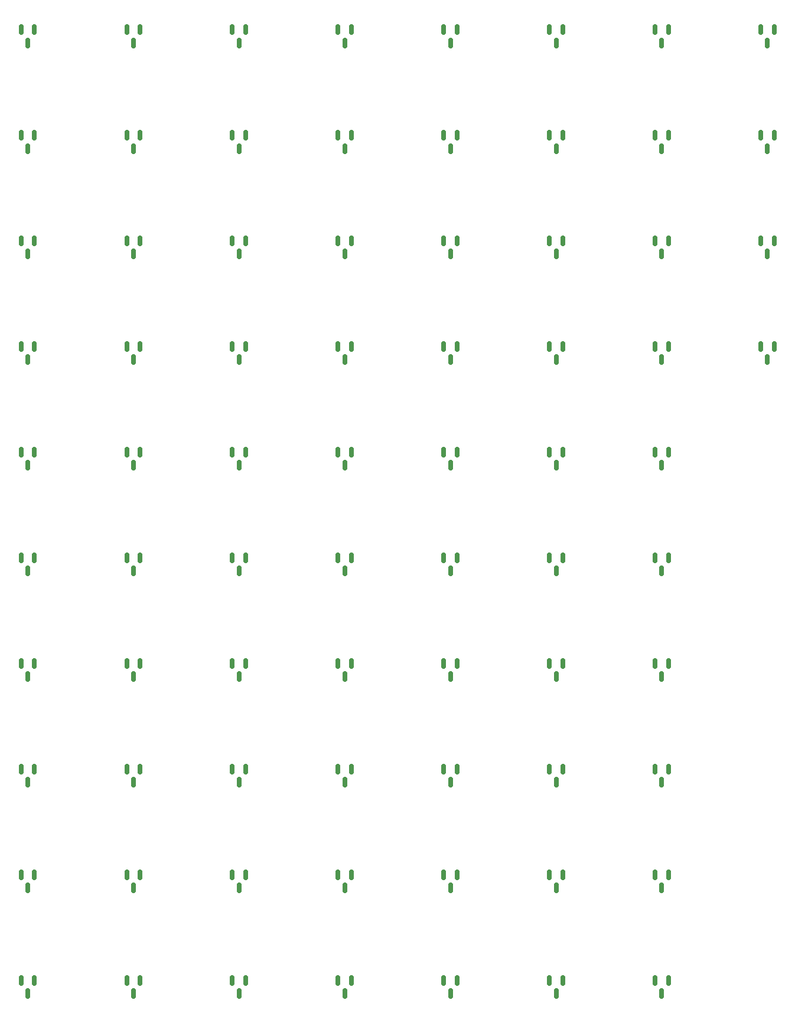
<source format=gbr>
%TF.GenerationSoftware,KiCad,Pcbnew,8.0.7*%
%TF.CreationDate,2024-12-29T17:24:51-05:00*%
%TF.ProjectId,HE75,48453735-2e6b-4696-9361-645f70636258,2.0.0*%
%TF.SameCoordinates,Original*%
%TF.FileFunction,Paste,Bot*%
%TF.FilePolarity,Positive*%
%FSLAX46Y46*%
G04 Gerber Fmt 4.6, Leading zero omitted, Abs format (unit mm)*
G04 Created by KiCad (PCBNEW 8.0.7) date 2024-12-29 17:24:51*
%MOMM*%
%LPD*%
G01*
G04 APERTURE LIST*
G04 Aperture macros list*
%AMRoundRect*
0 Rectangle with rounded corners*
0 $1 Rounding radius*
0 $2 $3 $4 $5 $6 $7 $8 $9 X,Y pos of 4 corners*
0 Add a 4 corners polygon primitive as box body*
4,1,4,$2,$3,$4,$5,$6,$7,$8,$9,$2,$3,0*
0 Add four circle primitives for the rounded corners*
1,1,$1+$1,$2,$3*
1,1,$1+$1,$4,$5*
1,1,$1+$1,$6,$7*
1,1,$1+$1,$8,$9*
0 Add four rect primitives between the rounded corners*
20,1,$1+$1,$2,$3,$4,$5,0*
20,1,$1+$1,$4,$5,$6,$7,0*
20,1,$1+$1,$6,$7,$8,$9,0*
20,1,$1+$1,$8,$9,$2,$3,0*%
G04 Aperture macros list end*
%ADD10RoundRect,0.150000X0.150000X-0.587500X0.150000X0.587500X-0.150000X0.587500X-0.150000X-0.587500X0*%
G04 APERTURE END LIST*
D10*
%TO.C,U82*%
X130342446Y113264971D03*
X131292446Y111364971D03*
X132242446Y113264971D03*
%TD*%
%TO.C,U81*%
X130342446Y128414971D03*
X131292446Y126514971D03*
X132242446Y128414971D03*
%TD*%
%TO.C,U80*%
X130342446Y143564971D03*
X131292446Y141664971D03*
X132242446Y143564971D03*
%TD*%
%TO.C,U79*%
X130342446Y158714971D03*
X131292446Y156814971D03*
X132242446Y158714971D03*
%TD*%
%TO.C,U78*%
X115192446Y22364971D03*
X116142446Y20464971D03*
X117092446Y22364971D03*
%TD*%
%TO.C,U77*%
X115192446Y37514971D03*
X116142446Y35614971D03*
X117092446Y37514971D03*
%TD*%
%TO.C,U76*%
X115192446Y52664971D03*
X116142446Y50764971D03*
X117092446Y52664971D03*
%TD*%
%TO.C,U75*%
X115192446Y67814971D03*
X116142446Y65914971D03*
X117092446Y67814971D03*
%TD*%
%TO.C,U74*%
X115192446Y82964971D03*
X116142446Y81064971D03*
X117092446Y82964971D03*
%TD*%
%TO.C,U73*%
X115192446Y98114971D03*
X116142446Y96214971D03*
X117092446Y98114971D03*
%TD*%
%TO.C,U72*%
X115192446Y113264971D03*
X116142446Y111364971D03*
X117092446Y113264971D03*
%TD*%
%TO.C,U71*%
X115192446Y128414971D03*
X116142446Y126514971D03*
X117092446Y128414971D03*
%TD*%
%TO.C,U70*%
X115192446Y143564971D03*
X116142446Y141664971D03*
X117092446Y143564971D03*
%TD*%
%TO.C,U69*%
X115192446Y158714971D03*
X116142446Y156814971D03*
X117092446Y158714971D03*
%TD*%
%TO.C,U68*%
X100042446Y22364971D03*
X100992446Y20464971D03*
X101942446Y22364971D03*
%TD*%
%TO.C,U67*%
X100042446Y37514971D03*
X100992446Y35614971D03*
X101942446Y37514971D03*
%TD*%
%TO.C,U66*%
X100042446Y52664971D03*
X100992446Y50764971D03*
X101942446Y52664971D03*
%TD*%
%TO.C,U65*%
X100042446Y67814971D03*
X100992446Y65914971D03*
X101942446Y67814971D03*
%TD*%
%TO.C,U64*%
X100042446Y82964971D03*
X100992446Y81064971D03*
X101942446Y82964971D03*
%TD*%
%TO.C,U63*%
X100042446Y98114971D03*
X100992446Y96214971D03*
X101942446Y98114971D03*
%TD*%
%TO.C,U62*%
X100042446Y113264971D03*
X100992446Y111364971D03*
X101942446Y113264971D03*
%TD*%
%TO.C,U61*%
X100042446Y128414971D03*
X100992446Y126514971D03*
X101942446Y128414971D03*
%TD*%
%TO.C,U60*%
X100042446Y143564971D03*
X100992446Y141664971D03*
X101942446Y143564971D03*
%TD*%
%TO.C,U59*%
X100042446Y158714971D03*
X100992446Y156814971D03*
X101942446Y158714971D03*
%TD*%
%TO.C,U58*%
X84892446Y22364971D03*
X85842446Y20464971D03*
X86792446Y22364971D03*
%TD*%
%TO.C,U57*%
X84892446Y37514971D03*
X85842446Y35614971D03*
X86792446Y37514971D03*
%TD*%
%TO.C,U56*%
X84892446Y52664971D03*
X85842446Y50764971D03*
X86792446Y52664971D03*
%TD*%
%TO.C,U55*%
X84892446Y67814971D03*
X85842446Y65914971D03*
X86792446Y67814971D03*
%TD*%
%TO.C,U54*%
X84892446Y82964971D03*
X85842446Y81064971D03*
X86792446Y82964971D03*
%TD*%
%TO.C,U53*%
X84892446Y98114971D03*
X85842446Y96214971D03*
X86792446Y98114971D03*
%TD*%
%TO.C,U52*%
X84892446Y113264971D03*
X85842446Y111364971D03*
X86792446Y113264971D03*
%TD*%
%TO.C,U51*%
X84892446Y128414971D03*
X85842446Y126514971D03*
X86792446Y128414971D03*
%TD*%
%TO.C,U50*%
X84892446Y143564971D03*
X85842446Y141664971D03*
X86792446Y143564971D03*
%TD*%
%TO.C,U49*%
X84892446Y158714971D03*
X85842446Y156814971D03*
X86792446Y158714971D03*
%TD*%
%TO.C,U48*%
X69742446Y22364971D03*
X70692446Y20464971D03*
X71642446Y22364971D03*
%TD*%
%TO.C,U47*%
X69742446Y37514971D03*
X70692446Y35614971D03*
X71642446Y37514971D03*
%TD*%
%TO.C,U46*%
X69742446Y52664971D03*
X70692446Y50764971D03*
X71642446Y52664971D03*
%TD*%
%TO.C,U45*%
X69742446Y67814971D03*
X70692446Y65914971D03*
X71642446Y67814971D03*
%TD*%
%TO.C,U44*%
X69742446Y82964971D03*
X70692446Y81064971D03*
X71642446Y82964971D03*
%TD*%
%TO.C,U43*%
X69742446Y98114971D03*
X70692446Y96214971D03*
X71642446Y98114971D03*
%TD*%
%TO.C,U42*%
X69742446Y113264971D03*
X70692446Y111364971D03*
X71642446Y113264971D03*
%TD*%
%TO.C,U41*%
X69742446Y128414971D03*
X70692446Y126514971D03*
X71642446Y128414971D03*
%TD*%
%TO.C,U40*%
X69742446Y143564971D03*
X70692446Y141664971D03*
X71642446Y143564971D03*
%TD*%
%TO.C,U39*%
X69742446Y158714971D03*
X70692446Y156814971D03*
X71642446Y158714971D03*
%TD*%
%TO.C,U38*%
X54592446Y22364971D03*
X55542446Y20464971D03*
X56492446Y22364971D03*
%TD*%
%TO.C,U37*%
X54592446Y37514971D03*
X55542446Y35614971D03*
X56492446Y37514971D03*
%TD*%
%TO.C,U36*%
X54592446Y52664971D03*
X55542446Y50764971D03*
X56492446Y52664971D03*
%TD*%
%TO.C,U35*%
X54592446Y67814971D03*
X55542446Y65914971D03*
X56492446Y67814971D03*
%TD*%
%TO.C,U34*%
X54592446Y82964971D03*
X55542446Y81064971D03*
X56492446Y82964971D03*
%TD*%
%TO.C,U33*%
X54592446Y98114971D03*
X55542446Y96214971D03*
X56492446Y98114971D03*
%TD*%
%TO.C,U32*%
X54592446Y113264971D03*
X55542446Y111364971D03*
X56492446Y113264971D03*
%TD*%
%TO.C,U31*%
X54592446Y128414971D03*
X55542446Y126514971D03*
X56492446Y128414971D03*
%TD*%
%TO.C,U30*%
X54592446Y143564971D03*
X55542446Y141664971D03*
X56492446Y143564971D03*
%TD*%
%TO.C,U29*%
X54592446Y158714971D03*
X55542446Y156814971D03*
X56492446Y158714971D03*
%TD*%
%TO.C,U28*%
X39442446Y22364971D03*
X40392446Y20464971D03*
X41342446Y22364971D03*
%TD*%
%TO.C,U27*%
X39442446Y37514971D03*
X40392446Y35614971D03*
X41342446Y37514971D03*
%TD*%
%TO.C,U26*%
X39442446Y52664971D03*
X40392446Y50764971D03*
X41342446Y52664971D03*
%TD*%
%TO.C,U25*%
X39442446Y67814971D03*
X40392446Y65914971D03*
X41342446Y67814971D03*
%TD*%
%TO.C,U24*%
X39442446Y82964971D03*
X40392446Y81064971D03*
X41342446Y82964971D03*
%TD*%
%TO.C,U23*%
X39442446Y98114971D03*
X40392446Y96214971D03*
X41342446Y98114971D03*
%TD*%
%TO.C,U22*%
X39442446Y113264971D03*
X40392446Y111364971D03*
X41342446Y113264971D03*
%TD*%
%TO.C,U21*%
X39442446Y128414971D03*
X40392446Y126514971D03*
X41342446Y128414971D03*
%TD*%
%TO.C,U20*%
X39442446Y143564971D03*
X40392446Y141664971D03*
X41342446Y143564971D03*
%TD*%
%TO.C,U19*%
X39442446Y158714971D03*
X40392446Y156814971D03*
X41342446Y158714971D03*
%TD*%
%TO.C,U18*%
X24292446Y22364971D03*
X25242446Y20464971D03*
X26192446Y22364971D03*
%TD*%
%TO.C,U17*%
X24292446Y37514971D03*
X25242446Y35614971D03*
X26192446Y37514971D03*
%TD*%
%TO.C,U16*%
X24292446Y52664971D03*
X25242446Y50764971D03*
X26192446Y52664971D03*
%TD*%
%TO.C,U15*%
X24292446Y67814971D03*
X25242446Y65914971D03*
X26192446Y67814971D03*
%TD*%
%TO.C,U14*%
X24292446Y82964971D03*
X25242446Y81064971D03*
X26192446Y82964971D03*
%TD*%
%TO.C,U13*%
X24292446Y98114971D03*
X25242446Y96214971D03*
X26192446Y98114971D03*
%TD*%
%TO.C,U12*%
X24292446Y113264971D03*
X25242446Y111364971D03*
X26192446Y113264971D03*
%TD*%
%TO.C,U11*%
X24292446Y128414971D03*
X25242446Y126514971D03*
X26192446Y128414971D03*
%TD*%
%TO.C,U10*%
X24292446Y143564971D03*
X25242446Y141664971D03*
X26192446Y143564971D03*
%TD*%
%TO.C,U9*%
X24292446Y158714971D03*
X25242446Y156814971D03*
X26192446Y158714971D03*
%TD*%
M02*

</source>
